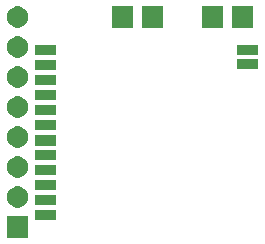
<source format=gbr>
G04 #@! TF.GenerationSoftware,KiCad,Pcbnew,(5.1.5)-3*
G04 #@! TF.CreationDate,2020-07-12T19:07:34-04:00*
G04 #@! TF.ProjectId,BreakoutSI4463PRORev3,42726561-6b6f-4757-9453-493434363350,rev?*
G04 #@! TF.SameCoordinates,Original*
G04 #@! TF.FileFunction,Soldermask,Top*
G04 #@! TF.FilePolarity,Negative*
%FSLAX46Y46*%
G04 Gerber Fmt 4.6, Leading zero omitted, Abs format (unit mm)*
G04 Created by KiCad (PCBNEW (5.1.5)-3) date 2020-07-12 19:07:34*
%MOMM*%
%LPD*%
G04 APERTURE LIST*
%ADD10C,0.100000*%
G04 APERTURE END LIST*
D10*
G36*
X120281000Y-112661000D02*
G01*
X118479000Y-112661000D01*
X118479000Y-110859000D01*
X120281000Y-110859000D01*
X120281000Y-112661000D01*
G37*
G36*
X122603460Y-111201400D02*
G01*
X120825060Y-111201400D01*
X120825060Y-110286600D01*
X122603460Y-110286600D01*
X122603460Y-111201400D01*
G37*
G36*
X119493512Y-108323927D02*
G01*
X119642812Y-108353624D01*
X119806784Y-108421544D01*
X119954354Y-108520147D01*
X120079853Y-108645646D01*
X120178456Y-108793216D01*
X120246376Y-108957188D01*
X120281000Y-109131259D01*
X120281000Y-109308741D01*
X120246376Y-109482812D01*
X120178456Y-109646784D01*
X120079853Y-109794354D01*
X119954354Y-109919853D01*
X119806784Y-110018456D01*
X119642812Y-110086376D01*
X119493512Y-110116073D01*
X119468742Y-110121000D01*
X119291258Y-110121000D01*
X119266488Y-110116073D01*
X119117188Y-110086376D01*
X118953216Y-110018456D01*
X118805646Y-109919853D01*
X118680147Y-109794354D01*
X118581544Y-109646784D01*
X118513624Y-109482812D01*
X118479000Y-109308741D01*
X118479000Y-109131259D01*
X118513624Y-108957188D01*
X118581544Y-108793216D01*
X118680147Y-108645646D01*
X118805646Y-108520147D01*
X118953216Y-108421544D01*
X119117188Y-108353624D01*
X119266488Y-108323927D01*
X119291258Y-108319000D01*
X119468742Y-108319000D01*
X119493512Y-108323927D01*
G37*
G36*
X122603460Y-109931400D02*
G01*
X120825060Y-109931400D01*
X120825060Y-109016600D01*
X122603460Y-109016600D01*
X122603460Y-109931400D01*
G37*
G36*
X122603460Y-108661400D02*
G01*
X120825060Y-108661400D01*
X120825060Y-107746600D01*
X122603460Y-107746600D01*
X122603460Y-108661400D01*
G37*
G36*
X119493512Y-105783927D02*
G01*
X119642812Y-105813624D01*
X119806784Y-105881544D01*
X119954354Y-105980147D01*
X120079853Y-106105646D01*
X120178456Y-106253216D01*
X120246376Y-106417188D01*
X120281000Y-106591259D01*
X120281000Y-106768741D01*
X120246376Y-106942812D01*
X120178456Y-107106784D01*
X120079853Y-107254354D01*
X119954354Y-107379853D01*
X119806784Y-107478456D01*
X119642812Y-107546376D01*
X119493512Y-107576073D01*
X119468742Y-107581000D01*
X119291258Y-107581000D01*
X119266488Y-107576073D01*
X119117188Y-107546376D01*
X118953216Y-107478456D01*
X118805646Y-107379853D01*
X118680147Y-107254354D01*
X118581544Y-107106784D01*
X118513624Y-106942812D01*
X118479000Y-106768741D01*
X118479000Y-106591259D01*
X118513624Y-106417188D01*
X118581544Y-106253216D01*
X118680147Y-106105646D01*
X118805646Y-105980147D01*
X118953216Y-105881544D01*
X119117188Y-105813624D01*
X119266488Y-105783927D01*
X119291258Y-105779000D01*
X119468742Y-105779000D01*
X119493512Y-105783927D01*
G37*
G36*
X122603460Y-107391400D02*
G01*
X120825060Y-107391400D01*
X120825060Y-106476600D01*
X122603460Y-106476600D01*
X122603460Y-107391400D01*
G37*
G36*
X122603460Y-106121400D02*
G01*
X120825060Y-106121400D01*
X120825060Y-105206600D01*
X122603460Y-105206600D01*
X122603460Y-106121400D01*
G37*
G36*
X119493512Y-103243927D02*
G01*
X119642812Y-103273624D01*
X119806784Y-103341544D01*
X119954354Y-103440147D01*
X120079853Y-103565646D01*
X120178456Y-103713216D01*
X120246376Y-103877188D01*
X120281000Y-104051259D01*
X120281000Y-104228741D01*
X120246376Y-104402812D01*
X120178456Y-104566784D01*
X120079853Y-104714354D01*
X119954354Y-104839853D01*
X119806784Y-104938456D01*
X119642812Y-105006376D01*
X119493512Y-105036073D01*
X119468742Y-105041000D01*
X119291258Y-105041000D01*
X119266488Y-105036073D01*
X119117188Y-105006376D01*
X118953216Y-104938456D01*
X118805646Y-104839853D01*
X118680147Y-104714354D01*
X118581544Y-104566784D01*
X118513624Y-104402812D01*
X118479000Y-104228741D01*
X118479000Y-104051259D01*
X118513624Y-103877188D01*
X118581544Y-103713216D01*
X118680147Y-103565646D01*
X118805646Y-103440147D01*
X118953216Y-103341544D01*
X119117188Y-103273624D01*
X119266488Y-103243927D01*
X119291258Y-103239000D01*
X119468742Y-103239000D01*
X119493512Y-103243927D01*
G37*
G36*
X122603460Y-104930140D02*
G01*
X120825060Y-104930140D01*
X120825060Y-104015340D01*
X122603460Y-104015340D01*
X122603460Y-104930140D01*
G37*
G36*
X122603460Y-103581400D02*
G01*
X120825060Y-103581400D01*
X120825060Y-102666600D01*
X122603460Y-102666600D01*
X122603460Y-103581400D01*
G37*
G36*
X119493512Y-100703927D02*
G01*
X119642812Y-100733624D01*
X119806784Y-100801544D01*
X119954354Y-100900147D01*
X120079853Y-101025646D01*
X120178456Y-101173216D01*
X120246376Y-101337188D01*
X120281000Y-101511259D01*
X120281000Y-101688741D01*
X120246376Y-101862812D01*
X120178456Y-102026784D01*
X120079853Y-102174354D01*
X119954354Y-102299853D01*
X119806784Y-102398456D01*
X119642812Y-102466376D01*
X119493512Y-102496073D01*
X119468742Y-102501000D01*
X119291258Y-102501000D01*
X119266488Y-102496073D01*
X119117188Y-102466376D01*
X118953216Y-102398456D01*
X118805646Y-102299853D01*
X118680147Y-102174354D01*
X118581544Y-102026784D01*
X118513624Y-101862812D01*
X118479000Y-101688741D01*
X118479000Y-101511259D01*
X118513624Y-101337188D01*
X118581544Y-101173216D01*
X118680147Y-101025646D01*
X118805646Y-100900147D01*
X118953216Y-100801544D01*
X119117188Y-100733624D01*
X119266488Y-100703927D01*
X119291258Y-100699000D01*
X119468742Y-100699000D01*
X119493512Y-100703927D01*
G37*
G36*
X122603460Y-102311400D02*
G01*
X120825060Y-102311400D01*
X120825060Y-101396600D01*
X122603460Y-101396600D01*
X122603460Y-102311400D01*
G37*
G36*
X122603460Y-101041400D02*
G01*
X120825060Y-101041400D01*
X120825060Y-100126600D01*
X122603460Y-100126600D01*
X122603460Y-101041400D01*
G37*
G36*
X119493512Y-98163927D02*
G01*
X119642812Y-98193624D01*
X119806784Y-98261544D01*
X119954354Y-98360147D01*
X120079853Y-98485646D01*
X120178456Y-98633216D01*
X120246376Y-98797188D01*
X120281000Y-98971259D01*
X120281000Y-99148741D01*
X120246376Y-99322812D01*
X120178456Y-99486784D01*
X120079853Y-99634354D01*
X119954354Y-99759853D01*
X119806784Y-99858456D01*
X119642812Y-99926376D01*
X119493512Y-99956073D01*
X119468742Y-99961000D01*
X119291258Y-99961000D01*
X119266488Y-99956073D01*
X119117188Y-99926376D01*
X118953216Y-99858456D01*
X118805646Y-99759853D01*
X118680147Y-99634354D01*
X118581544Y-99486784D01*
X118513624Y-99322812D01*
X118479000Y-99148741D01*
X118479000Y-98971259D01*
X118513624Y-98797188D01*
X118581544Y-98633216D01*
X118680147Y-98485646D01*
X118805646Y-98360147D01*
X118953216Y-98261544D01*
X119117188Y-98193624D01*
X119266488Y-98163927D01*
X119291258Y-98159000D01*
X119468742Y-98159000D01*
X119493512Y-98163927D01*
G37*
G36*
X122603460Y-99771400D02*
G01*
X120825060Y-99771400D01*
X120825060Y-98856600D01*
X122603460Y-98856600D01*
X122603460Y-99771400D01*
G37*
G36*
X122603460Y-98501400D02*
G01*
X120825060Y-98501400D01*
X120825060Y-97586600D01*
X122603460Y-97586600D01*
X122603460Y-98501400D01*
G37*
G36*
X139745920Y-98422660D02*
G01*
X137967520Y-98422660D01*
X137967520Y-97507860D01*
X139745920Y-97507860D01*
X139745920Y-98422660D01*
G37*
G36*
X119493512Y-95623927D02*
G01*
X119642812Y-95653624D01*
X119806784Y-95721544D01*
X119954354Y-95820147D01*
X120079853Y-95945646D01*
X120178456Y-96093216D01*
X120246376Y-96257188D01*
X120281000Y-96431259D01*
X120281000Y-96608741D01*
X120246376Y-96782812D01*
X120178456Y-96946784D01*
X120079853Y-97094354D01*
X119954354Y-97219853D01*
X119806784Y-97318456D01*
X119642812Y-97386376D01*
X119493512Y-97416073D01*
X119468742Y-97421000D01*
X119291258Y-97421000D01*
X119266488Y-97416073D01*
X119117188Y-97386376D01*
X118953216Y-97318456D01*
X118805646Y-97219853D01*
X118680147Y-97094354D01*
X118581544Y-96946784D01*
X118513624Y-96782812D01*
X118479000Y-96608741D01*
X118479000Y-96431259D01*
X118513624Y-96257188D01*
X118581544Y-96093216D01*
X118680147Y-95945646D01*
X118805646Y-95820147D01*
X118953216Y-95721544D01*
X119117188Y-95653624D01*
X119266488Y-95623927D01*
X119291258Y-95619000D01*
X119468742Y-95619000D01*
X119493512Y-95623927D01*
G37*
G36*
X122603460Y-97231400D02*
G01*
X120825060Y-97231400D01*
X120825060Y-96316600D01*
X122603460Y-96316600D01*
X122603460Y-97231400D01*
G37*
G36*
X139745920Y-97231400D02*
G01*
X137967520Y-97231400D01*
X137967520Y-96316600D01*
X139745920Y-96316600D01*
X139745920Y-97231400D01*
G37*
G36*
X136791000Y-94881000D02*
G01*
X134989000Y-94881000D01*
X134989000Y-93079000D01*
X136791000Y-93079000D01*
X136791000Y-94881000D01*
G37*
G36*
X139331000Y-94881000D02*
G01*
X137529000Y-94881000D01*
X137529000Y-93079000D01*
X139331000Y-93079000D01*
X139331000Y-94881000D01*
G37*
G36*
X131711000Y-94881000D02*
G01*
X129909000Y-94881000D01*
X129909000Y-93079000D01*
X131711000Y-93079000D01*
X131711000Y-94881000D01*
G37*
G36*
X129171000Y-94881000D02*
G01*
X127369000Y-94881000D01*
X127369000Y-93079000D01*
X129171000Y-93079000D01*
X129171000Y-94881000D01*
G37*
G36*
X119493512Y-93083927D02*
G01*
X119642812Y-93113624D01*
X119806784Y-93181544D01*
X119954354Y-93280147D01*
X120079853Y-93405646D01*
X120178456Y-93553216D01*
X120246376Y-93717188D01*
X120281000Y-93891259D01*
X120281000Y-94068741D01*
X120246376Y-94242812D01*
X120178456Y-94406784D01*
X120079853Y-94554354D01*
X119954354Y-94679853D01*
X119806784Y-94778456D01*
X119642812Y-94846376D01*
X119493512Y-94876073D01*
X119468742Y-94881000D01*
X119291258Y-94881000D01*
X119266488Y-94876073D01*
X119117188Y-94846376D01*
X118953216Y-94778456D01*
X118805646Y-94679853D01*
X118680147Y-94554354D01*
X118581544Y-94406784D01*
X118513624Y-94242812D01*
X118479000Y-94068741D01*
X118479000Y-93891259D01*
X118513624Y-93717188D01*
X118581544Y-93553216D01*
X118680147Y-93405646D01*
X118805646Y-93280147D01*
X118953216Y-93181544D01*
X119117188Y-93113624D01*
X119266488Y-93083927D01*
X119291258Y-93079000D01*
X119468742Y-93079000D01*
X119493512Y-93083927D01*
G37*
M02*

</source>
